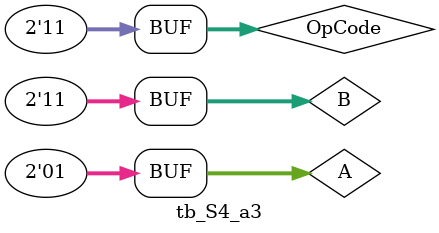
<source format=sv>
`timescale 1ns / 1ps


module tb_S4_a3();
    logic [2-1:0]    A, B;
    logic [1:0]      OpCode;   
    logic [2-1:0]    Result;
    logic [3:0]      Status;
    S4_actividad3 #(.M(2)) DUT_S4_actividad3(
    .A(A),
    .B(B),
    .OpCode(OpCode),
    .Result(Result),
    .Status(Status)
    );
    initial
        begin
        OpCode = 2'b00;
        A = 2'b01;
        B = 2'b10;
        #10
        OpCode = 2'b01;
        A = 2'b01;
        B = 2'b01;
        #10
        OpCode = 2'b10;
        A = 2'b01;
        B = 2'b11;
        #10
        OpCode = 2'b11;
        A = 2'b01;
        B = 2'b11;
        end
endmodule

</source>
